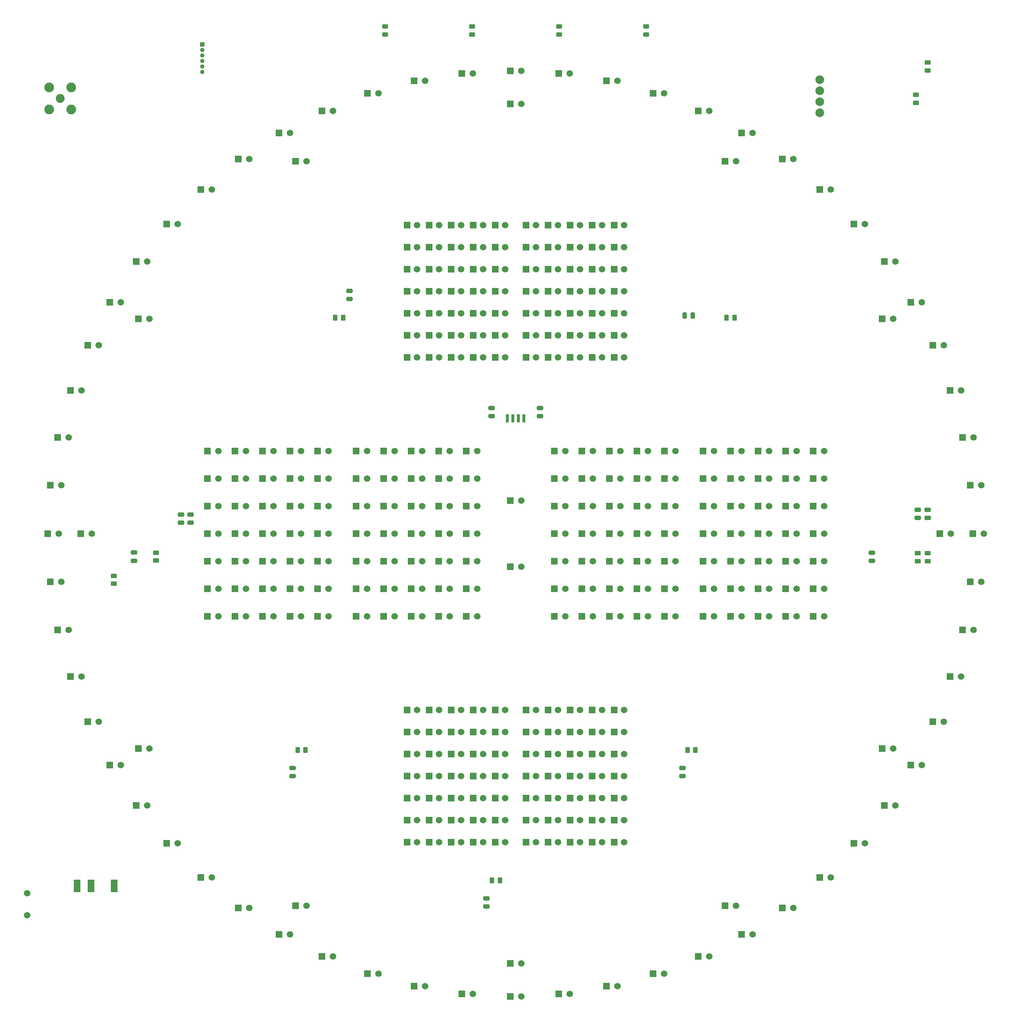
<source format=gbr>
%TF.GenerationSoftware,KiCad,Pcbnew,8.0.3*%
%TF.CreationDate,2024-06-09T22:24:32+02:00*%
%TF.ProjectId,broadcast_clock,62726f61-6463-4617-9374-5f636c6f636b,rev?*%
%TF.SameCoordinates,Original*%
%TF.FileFunction,Soldermask,Top*%
%TF.FilePolarity,Negative*%
%FSLAX46Y46*%
G04 Gerber Fmt 4.6, Leading zero omitted, Abs format (unit mm)*
G04 Created by KiCad (PCBNEW 8.0.3) date 2024-06-09 22:24:32*
%MOMM*%
%LPD*%
G01*
G04 APERTURE LIST*
G04 Aperture macros list*
%AMRoundRect*
0 Rectangle with rounded corners*
0 $1 Rounding radius*
0 $2 $3 $4 $5 $6 $7 $8 $9 X,Y pos of 4 corners*
0 Add a 4 corners polygon primitive as box body*
4,1,4,$2,$3,$4,$5,$6,$7,$8,$9,$2,$3,0*
0 Add four circle primitives for the rounded corners*
1,1,$1+$1,$2,$3*
1,1,$1+$1,$4,$5*
1,1,$1+$1,$6,$7*
1,1,$1+$1,$8,$9*
0 Add four rect primitives between the rounded corners*
20,1,$1+$1,$2,$3,$4,$5,0*
20,1,$1+$1,$4,$5,$6,$7,0*
20,1,$1+$1,$6,$7,$8,$9,0*
20,1,$1+$1,$8,$9,$2,$3,0*%
G04 Aperture macros list end*
%ADD10R,1.500000X1.500000*%
%ADD11C,1.500000*%
%ADD12R,1.600000X2.900000*%
%ADD13RoundRect,0.250000X0.450000X-0.262500X0.450000X0.262500X-0.450000X0.262500X-0.450000X-0.262500X0*%
%ADD14RoundRect,0.250000X-0.475000X0.250000X-0.475000X-0.250000X0.475000X-0.250000X0.475000X0.250000X0*%
%ADD15RoundRect,0.250000X-0.450000X0.262500X-0.450000X-0.262500X0.450000X-0.262500X0.450000X0.262500X0*%
%ADD16RoundRect,0.250000X0.262500X0.450000X-0.262500X0.450000X-0.262500X-0.450000X0.262500X-0.450000X0*%
%ADD17RoundRect,0.243750X0.456250X-0.243750X0.456250X0.243750X-0.456250X0.243750X-0.456250X-0.243750X0*%
%ADD18RoundRect,0.250000X0.250000X0.475000X-0.250000X0.475000X-0.250000X-0.475000X0.250000X-0.475000X0*%
%ADD19RoundRect,0.250000X0.475000X-0.250000X0.475000X0.250000X-0.475000X0.250000X-0.475000X-0.250000X0*%
%ADD20RoundRect,0.250000X-0.262500X-0.450000X0.262500X-0.450000X0.262500X0.450000X-0.262500X0.450000X0*%
%ADD21R,0.700000X1.900000*%
%ADD22C,2.050000*%
%ADD23C,2.250000*%
%ADD24R,1.000000X1.000000*%
%ADD25O,1.000000X1.000000*%
%ADD26C,2.000000*%
G04 APERTURE END LIST*
D10*
%TO.C,D225*%
X125476000Y-211455000D03*
D11*
X127762000Y-211455000D03*
%TD*%
D10*
%TO.C,D254*%
X147828000Y-216535000D03*
D11*
X150114000Y-216535000D03*
%TD*%
D10*
%TO.C,D238*%
X135636000Y-206375000D03*
D11*
X137922000Y-206375000D03*
%TD*%
D10*
%TO.C,D340*%
X163068000Y-79375000D03*
D11*
X165354000Y-79375000D03*
%TD*%
D10*
%TO.C,D293*%
X125476000Y-89535000D03*
D11*
X127762000Y-89535000D03*
%TD*%
D10*
%TO.C,D327*%
X152908000Y-84455000D03*
D11*
X155194000Y-84455000D03*
%TD*%
D10*
%TO.C,D309*%
X135636000Y-99695000D03*
D11*
X137922000Y-99695000D03*
%TD*%
D10*
%TO.C,D303*%
X130556000Y-104775000D03*
D11*
X132842000Y-104775000D03*
%TD*%
D10*
%TO.C,D283*%
X120396000Y-74295000D03*
D11*
X122682000Y-74295000D03*
%TD*%
D10*
%TO.C,D219*%
X120396000Y-216535000D03*
D11*
X122682000Y-216535000D03*
%TD*%
D10*
%TO.C,D291*%
X125476000Y-79375000D03*
D11*
X127762000Y-79375000D03*
%TD*%
D10*
%TO.C,D265*%
X157988000Y-201295000D03*
D11*
X160274000Y-201295000D03*
%TD*%
D10*
%TO.C,D324*%
X147828000Y-104775000D03*
D11*
X150114000Y-104775000D03*
%TD*%
D10*
%TO.C,D276*%
X168148000Y-186055000D03*
D11*
X170434000Y-186055000D03*
%TD*%
D10*
%TO.C,D278*%
X168148000Y-196215000D03*
D11*
X170434000Y-196215000D03*
%TD*%
D10*
%TO.C,D284*%
X120396000Y-79375000D03*
D11*
X122682000Y-79375000D03*
%TD*%
D10*
%TO.C,D286*%
X120396000Y-89535000D03*
D11*
X122682000Y-89535000D03*
%TD*%
D10*
%TO.C,D318*%
X147828000Y-74295000D03*
D11*
X150114000Y-74295000D03*
%TD*%
D10*
%TO.C,D333*%
X157988000Y-79375000D03*
D11*
X160274000Y-79375000D03*
%TD*%
D10*
%TO.C,D313*%
X140716000Y-84455000D03*
D11*
X143002000Y-84455000D03*
%TD*%
D10*
%TO.C,D215*%
X120396000Y-196215000D03*
D11*
X122682000Y-196215000D03*
%TD*%
D10*
%TO.C,D348*%
X168148000Y-84455000D03*
D11*
X170434000Y-84455000D03*
%TD*%
D10*
%TO.C,D345*%
X163068000Y-104775000D03*
D11*
X165354000Y-104775000D03*
%TD*%
D10*
%TO.C,D239*%
X135636000Y-211455000D03*
D11*
X137922000Y-211455000D03*
%TD*%
D10*
%TO.C,D305*%
X135636000Y-79375000D03*
D11*
X137922000Y-79375000D03*
%TD*%
D10*
%TO.C,D227*%
X130556000Y-186055000D03*
D11*
X132842000Y-186055000D03*
%TD*%
D10*
%TO.C,D263*%
X157988000Y-191135000D03*
D11*
X160274000Y-191135000D03*
%TD*%
D10*
%TO.C,D338*%
X157988000Y-104775000D03*
D11*
X160274000Y-104775000D03*
%TD*%
D10*
%TO.C,D214*%
X120396000Y-191135000D03*
D11*
X122682000Y-191135000D03*
%TD*%
D10*
%TO.C,D343*%
X163068000Y-94615000D03*
D11*
X165354000Y-94615000D03*
%TD*%
D10*
%TO.C,D231*%
X130556000Y-206375000D03*
D11*
X132842000Y-206375000D03*
%TD*%
D10*
%TO.C,D268*%
X157988000Y-216535000D03*
D11*
X160274000Y-216535000D03*
%TD*%
D10*
%TO.C,D255*%
X152908000Y-186055000D03*
D11*
X155194000Y-186055000D03*
%TD*%
D10*
%TO.C,D256*%
X152908000Y-191135000D03*
D11*
X155194000Y-191135000D03*
%TD*%
D10*
%TO.C,D281*%
X168148000Y-211455000D03*
D11*
X170434000Y-211455000D03*
%TD*%
D10*
%TO.C,D274*%
X163068000Y-211455000D03*
D11*
X165354000Y-211455000D03*
%TD*%
D10*
%TO.C,D326*%
X152908000Y-79375000D03*
D11*
X155194000Y-79375000D03*
%TD*%
D10*
%TO.C,D213*%
X120396000Y-186055000D03*
D11*
X122682000Y-186055000D03*
%TD*%
D10*
%TO.C,D351*%
X168148000Y-99695000D03*
D11*
X170434000Y-99695000D03*
%TD*%
D10*
%TO.C,D308*%
X135636000Y-94615000D03*
D11*
X137922000Y-94615000D03*
%TD*%
D10*
%TO.C,D258*%
X152908000Y-201295000D03*
D11*
X155194000Y-201295000D03*
%TD*%
D10*
%TO.C,D311*%
X140716000Y-74295000D03*
D11*
X143002000Y-74295000D03*
%TD*%
D10*
%TO.C,D297*%
X130556000Y-74295000D03*
D11*
X132842000Y-74295000D03*
%TD*%
D10*
%TO.C,D317*%
X140716000Y-104775000D03*
D11*
X143002000Y-104775000D03*
%TD*%
D10*
%TO.C,D289*%
X120396000Y-104775000D03*
D11*
X122682000Y-104775000D03*
%TD*%
D10*
%TO.C,D298*%
X130556000Y-79375000D03*
D11*
X132842000Y-79375000D03*
%TD*%
D10*
%TO.C,D229*%
X130556000Y-196215000D03*
D11*
X132842000Y-196215000D03*
%TD*%
D10*
%TO.C,D287*%
X120396000Y-94615000D03*
D11*
X122682000Y-94615000D03*
%TD*%
D10*
%TO.C,D218*%
X120396000Y-211455000D03*
D11*
X122682000Y-211455000D03*
%TD*%
D10*
%TO.C,D349*%
X168148000Y-89535000D03*
D11*
X170434000Y-89535000D03*
%TD*%
D10*
%TO.C,D285*%
X120396000Y-84455000D03*
D11*
X122682000Y-84455000D03*
%TD*%
D10*
%TO.C,D315*%
X140716000Y-94615000D03*
D11*
X143002000Y-94615000D03*
%TD*%
D10*
%TO.C,D299*%
X130556000Y-84455000D03*
D11*
X132842000Y-84455000D03*
%TD*%
D10*
%TO.C,D250*%
X147828000Y-196215000D03*
D11*
X150114000Y-196215000D03*
%TD*%
D10*
%TO.C,D339*%
X163068000Y-74295000D03*
D11*
X165354000Y-74295000D03*
%TD*%
D10*
%TO.C,D331*%
X152908000Y-104775000D03*
D11*
X155194000Y-104775000D03*
%TD*%
D10*
%TO.C,D236*%
X135636000Y-196215000D03*
D11*
X137922000Y-196215000D03*
%TD*%
D10*
%TO.C,D245*%
X140716000Y-206375000D03*
D11*
X143002000Y-206375000D03*
%TD*%
D10*
%TO.C,D282*%
X168148000Y-216535000D03*
D11*
X170434000Y-216535000D03*
%TD*%
D10*
%TO.C,D240*%
X135636000Y-216535000D03*
D11*
X137922000Y-216535000D03*
%TD*%
D10*
%TO.C,D248*%
X147828000Y-186055000D03*
D11*
X150114000Y-186055000D03*
%TD*%
D10*
%TO.C,D226*%
X125476000Y-216535000D03*
D11*
X127762000Y-216535000D03*
%TD*%
D10*
%TO.C,D271*%
X163068000Y-196215000D03*
D11*
X165354000Y-196215000D03*
%TD*%
D10*
%TO.C,D337*%
X157988000Y-99695000D03*
D11*
X160274000Y-99695000D03*
%TD*%
D10*
%TO.C,D322*%
X147828000Y-94615000D03*
D11*
X150114000Y-94615000D03*
%TD*%
D10*
%TO.C,D335*%
X157988000Y-89535000D03*
D11*
X160274000Y-89535000D03*
%TD*%
D10*
%TO.C,D230*%
X130556000Y-201295000D03*
D11*
X132842000Y-201295000D03*
%TD*%
D10*
%TO.C,D290*%
X125476000Y-74295000D03*
D11*
X127762000Y-74295000D03*
%TD*%
D10*
%TO.C,D217*%
X120396000Y-206375000D03*
D11*
X122682000Y-206375000D03*
%TD*%
D10*
%TO.C,D232*%
X130556000Y-211455000D03*
D11*
X132842000Y-211455000D03*
%TD*%
D10*
%TO.C,D275*%
X163068000Y-216535000D03*
D11*
X165354000Y-216535000D03*
%TD*%
D10*
%TO.C,D249*%
X147828000Y-191135000D03*
D11*
X150114000Y-191135000D03*
%TD*%
D10*
%TO.C,D222*%
X125476000Y-196215000D03*
D11*
X127762000Y-196215000D03*
%TD*%
D10*
%TO.C,D264*%
X157988000Y-196215000D03*
D11*
X160274000Y-196215000D03*
%TD*%
D10*
%TO.C,D269*%
X163068000Y-186055000D03*
D11*
X165354000Y-186055000D03*
%TD*%
D10*
%TO.C,D300*%
X130556000Y-89535000D03*
D11*
X132842000Y-89535000D03*
%TD*%
D10*
%TO.C,D252*%
X147828000Y-206375000D03*
D11*
X150114000Y-206375000D03*
%TD*%
D10*
%TO.C,D253*%
X147828000Y-211455000D03*
D11*
X150114000Y-211455000D03*
%TD*%
D10*
%TO.C,D224*%
X125476000Y-206375000D03*
D11*
X127762000Y-206375000D03*
%TD*%
D10*
%TO.C,D234*%
X135636000Y-186055000D03*
D11*
X137922000Y-186055000D03*
%TD*%
D10*
%TO.C,D247*%
X140716000Y-216535000D03*
D11*
X143002000Y-216535000D03*
%TD*%
D10*
%TO.C,D325*%
X152908000Y-74295000D03*
D11*
X155194000Y-74295000D03*
%TD*%
D10*
%TO.C,D288*%
X120396000Y-99695000D03*
D11*
X122682000Y-99695000D03*
%TD*%
D10*
%TO.C,D228*%
X130556000Y-191135000D03*
D11*
X132842000Y-191135000D03*
%TD*%
D10*
%TO.C,D350*%
X168148000Y-94615000D03*
D11*
X170434000Y-94615000D03*
%TD*%
D10*
%TO.C,D334*%
X157988000Y-84455000D03*
D11*
X160274000Y-84455000D03*
%TD*%
D10*
%TO.C,D320*%
X147828000Y-84455000D03*
D11*
X150114000Y-84455000D03*
%TD*%
D10*
%TO.C,D259*%
X152908000Y-206375000D03*
D11*
X155194000Y-206375000D03*
%TD*%
D10*
%TO.C,D292*%
X125476000Y-84455000D03*
D11*
X127762000Y-84455000D03*
%TD*%
D10*
%TO.C,D216*%
X120396000Y-201295000D03*
D11*
X122682000Y-201295000D03*
%TD*%
D10*
%TO.C,D267*%
X157988000Y-211455000D03*
D11*
X160274000Y-211455000D03*
%TD*%
D10*
%TO.C,D220*%
X125476000Y-186055000D03*
D11*
X127762000Y-186055000D03*
%TD*%
D10*
%TO.C,D301*%
X130556000Y-94615000D03*
D11*
X132842000Y-94615000D03*
%TD*%
D10*
%TO.C,D304*%
X135636000Y-74295000D03*
D11*
X137922000Y-74295000D03*
%TD*%
D10*
%TO.C,D347*%
X168148000Y-79375000D03*
D11*
X170434000Y-79375000D03*
%TD*%
D10*
%TO.C,D233*%
X130556000Y-216535000D03*
D11*
X132842000Y-216535000D03*
%TD*%
D10*
%TO.C,D223*%
X125476000Y-201295000D03*
D11*
X127762000Y-201295000D03*
%TD*%
D10*
%TO.C,D296*%
X125476000Y-104775000D03*
D11*
X127762000Y-104775000D03*
%TD*%
D10*
%TO.C,D280*%
X168148000Y-206375000D03*
D11*
X170434000Y-206375000D03*
%TD*%
D10*
%TO.C,D346*%
X168148000Y-74295000D03*
D11*
X170434000Y-74295000D03*
%TD*%
D10*
%TO.C,D306*%
X135636000Y-84455000D03*
D11*
X137922000Y-84455000D03*
%TD*%
D10*
%TO.C,D261*%
X152908000Y-216535000D03*
D11*
X155194000Y-216535000D03*
%TD*%
D10*
%TO.C,D312*%
X140716000Y-79375000D03*
D11*
X143002000Y-79375000D03*
%TD*%
D10*
%TO.C,D272*%
X163068000Y-201295000D03*
D11*
X165354000Y-201295000D03*
%TD*%
D10*
%TO.C,D273*%
X163068000Y-206375000D03*
D11*
X165354000Y-206375000D03*
%TD*%
D10*
%TO.C,D295*%
X125476000Y-99695000D03*
D11*
X127762000Y-99695000D03*
%TD*%
D10*
%TO.C,D294*%
X125476000Y-94615000D03*
D11*
X127762000Y-94615000D03*
%TD*%
D10*
%TO.C,D329*%
X152908000Y-94615000D03*
D11*
X155194000Y-94615000D03*
%TD*%
D10*
%TO.C,D266*%
X157988000Y-206375000D03*
D11*
X160274000Y-206375000D03*
%TD*%
D10*
%TO.C,D302*%
X130556000Y-99695000D03*
D11*
X132842000Y-99695000D03*
%TD*%
D10*
%TO.C,D319*%
X147828000Y-79375000D03*
D11*
X150114000Y-79375000D03*
%TD*%
D10*
%TO.C,D310*%
X135636000Y-104775000D03*
D11*
X137922000Y-104775000D03*
%TD*%
D10*
%TO.C,D321*%
X147828000Y-89535000D03*
D11*
X150114000Y-89535000D03*
%TD*%
D10*
%TO.C,D332*%
X157988000Y-74295000D03*
D11*
X160274000Y-74295000D03*
%TD*%
D10*
%TO.C,D257*%
X152908000Y-196215000D03*
D11*
X155194000Y-196215000D03*
%TD*%
D10*
%TO.C,D341*%
X163068000Y-84455000D03*
D11*
X165354000Y-84455000D03*
%TD*%
D10*
%TO.C,D270*%
X163068000Y-191135000D03*
D11*
X165354000Y-191135000D03*
%TD*%
D10*
%TO.C,D323*%
X147828000Y-99695000D03*
D11*
X150114000Y-99695000D03*
%TD*%
D10*
%TO.C,D307*%
X135636000Y-89535000D03*
D11*
X137922000Y-89535000D03*
%TD*%
D10*
%TO.C,D221*%
X125476000Y-191135000D03*
D11*
X127762000Y-191135000D03*
%TD*%
D10*
%TO.C,D243*%
X140716000Y-196215000D03*
D11*
X143002000Y-196215000D03*
%TD*%
D10*
%TO.C,D241*%
X140716000Y-186055000D03*
D11*
X143002000Y-186055000D03*
%TD*%
D10*
%TO.C,D277*%
X168148000Y-191135000D03*
D11*
X170434000Y-191135000D03*
%TD*%
D10*
%TO.C,D279*%
X168148000Y-201295000D03*
D11*
X170434000Y-201295000D03*
%TD*%
D10*
%TO.C,D316*%
X140716000Y-99695000D03*
D11*
X143002000Y-99695000D03*
%TD*%
D10*
%TO.C,D328*%
X152908000Y-89535000D03*
D11*
X155194000Y-89535000D03*
%TD*%
D10*
%TO.C,D237*%
X135636000Y-201295000D03*
D11*
X137922000Y-201295000D03*
%TD*%
D10*
%TO.C,D260*%
X152908000Y-211455000D03*
D11*
X155194000Y-211455000D03*
%TD*%
D10*
%TO.C,D262*%
X157988000Y-186055000D03*
D11*
X160274000Y-186055000D03*
%TD*%
D10*
%TO.C,D246*%
X140716000Y-211455000D03*
D11*
X143002000Y-211455000D03*
%TD*%
D10*
%TO.C,D344*%
X163068000Y-99695000D03*
D11*
X165354000Y-99695000D03*
%TD*%
D10*
%TO.C,D235*%
X135636000Y-191135000D03*
D11*
X137922000Y-191135000D03*
%TD*%
D10*
%TO.C,D330*%
X152908000Y-99695000D03*
D11*
X155194000Y-99695000D03*
%TD*%
D10*
%TO.C,D244*%
X140716000Y-201295000D03*
D11*
X143002000Y-201295000D03*
%TD*%
D10*
%TO.C,D251*%
X147828000Y-201295000D03*
D11*
X150114000Y-201295000D03*
%TD*%
D10*
%TO.C,D314*%
X140716000Y-89535000D03*
D11*
X143002000Y-89535000D03*
%TD*%
D10*
%TO.C,D342*%
X163068000Y-89535000D03*
D11*
X165354000Y-89535000D03*
%TD*%
D10*
%TO.C,D336*%
X157988000Y-94615000D03*
D11*
X160274000Y-94615000D03*
%TD*%
D10*
%TO.C,D352*%
X168148000Y-104775000D03*
D11*
X170434000Y-104775000D03*
%TD*%
D10*
%TO.C,D242*%
X140716000Y-191135000D03*
D11*
X143002000Y-191135000D03*
%TD*%
%TO.C,F1*%
X32766000Y-228346000D03*
X32766000Y-233426000D03*
%TD*%
D12*
%TO.C,J2*%
X52764000Y-226646500D03*
X47464000Y-226646500D03*
X44264000Y-226646500D03*
%TD*%
D10*
%TO.C,D103*%
X99695000Y-139065000D03*
D11*
X102235000Y-139065000D03*
%TD*%
D10*
%TO.C,D54*%
X81440069Y-59109067D03*
D11*
X83980069Y-59109067D03*
%TD*%
D10*
%TO.C,D169*%
X173355000Y-158115000D03*
D11*
X175895000Y-158115000D03*
%TD*%
D10*
%TO.C,D45*%
X37465000Y-145415000D03*
D11*
X40005000Y-145415000D03*
%TD*%
D10*
%TO.C,D65*%
X193675000Y-231203476D03*
D11*
X196215000Y-231203476D03*
%TD*%
D10*
%TO.C,D30*%
X144145000Y-252095000D03*
D11*
X146685000Y-252095000D03*
%TD*%
D10*
%TO.C,D128*%
X121285000Y-164465000D03*
D11*
X123825000Y-164465000D03*
%TD*%
D10*
%TO.C,D109*%
X108585000Y-132715000D03*
D11*
X111125000Y-132715000D03*
%TD*%
D10*
%TO.C,D353*%
X144145000Y-137795000D03*
D11*
X146685000Y-137795000D03*
%TD*%
D10*
%TO.C,D85*%
X80645000Y-158115000D03*
D11*
X83185000Y-158115000D03*
%TD*%
D10*
%TO.C,D26*%
X187535665Y-242872029D03*
D11*
X190075665Y-242872029D03*
%TD*%
D10*
%TO.C,D112*%
X108585000Y-151765000D03*
D11*
X111125000Y-151765000D03*
%TD*%
D10*
%TO.C,D110*%
X108585000Y-139065000D03*
D11*
X111125000Y-139065000D03*
%TD*%
D10*
%TO.C,D99*%
X93345000Y-158115000D03*
D11*
X95885000Y-158115000D03*
%TD*%
D10*
%TO.C,D199*%
X207645000Y-126365000D03*
D11*
X210185000Y-126365000D03*
%TD*%
D10*
%TO.C,D177*%
X179705000Y-164465000D03*
D11*
X182245000Y-164465000D03*
%TD*%
D10*
%TO.C,D111*%
X108585000Y-145415000D03*
D11*
X111125000Y-145415000D03*
%TD*%
D10*
%TO.C,D1*%
X155296096Y-39319404D03*
D11*
X157836096Y-39319404D03*
%TD*%
D13*
%TO.C,R3*%
X240411000Y-151788500D03*
X240411000Y-149963500D03*
%TD*%
D10*
%TO.C,D138*%
X133985000Y-139065000D03*
D11*
X136525000Y-139065000D03*
%TD*%
D10*
%TO.C,D139*%
X133985000Y-145415000D03*
D11*
X136525000Y-145415000D03*
%TD*%
D10*
%TO.C,D82*%
X80645000Y-139065000D03*
D11*
X83185000Y-139065000D03*
%TD*%
D10*
%TO.C,D41*%
X46687971Y-188805665D03*
D11*
X49227971Y-188805665D03*
%TD*%
D10*
%TO.C,D141*%
X133985000Y-158115000D03*
D11*
X136525000Y-158115000D03*
%TD*%
D10*
%TO.C,D58*%
X121964981Y-41066214D03*
D11*
X124504981Y-41066214D03*
%TD*%
D10*
%TO.C,D39*%
X57839067Y-208119931D03*
D11*
X60379067Y-208119931D03*
%TD*%
D10*
%TO.C,D143*%
X154305000Y-126365000D03*
D11*
X156845000Y-126365000D03*
%TD*%
D10*
%TO.C,D28*%
X166325019Y-249763786D03*
D11*
X168865019Y-249763786D03*
%TD*%
D10*
%TO.C,D120*%
X114935000Y-158115000D03*
D11*
X117475000Y-158115000D03*
%TD*%
D10*
%TO.C,D36*%
X81440069Y-231720933D03*
D11*
X83980069Y-231720933D03*
%TD*%
D10*
%TO.C,D94*%
X93345000Y-126365000D03*
D11*
X95885000Y-126365000D03*
%TD*%
D10*
%TO.C,D80*%
X80645000Y-126365000D03*
D11*
X83185000Y-126365000D03*
%TD*%
D10*
%TO.C,D117*%
X114935000Y-139065000D03*
D11*
X117475000Y-139065000D03*
%TD*%
D14*
%TO.C,C2*%
X68199000Y-141036000D03*
X68199000Y-142936000D03*
%TD*%
D10*
%TO.C,D126*%
X121285000Y-151765000D03*
D11*
X123825000Y-151765000D03*
%TD*%
D10*
%TO.C,D46*%
X38049404Y-134263904D03*
D11*
X40589404Y-134263904D03*
%TD*%
D10*
%TO.C,D83*%
X80645000Y-145415000D03*
D11*
X83185000Y-145415000D03*
%TD*%
D10*
%TO.C,D172*%
X179705000Y-132715000D03*
D11*
X182245000Y-132715000D03*
%TD*%
D10*
%TO.C,D4*%
X187535665Y-47957971D03*
D11*
X190075665Y-47957971D03*
%TD*%
D10*
%TO.C,D40*%
X51757410Y-198755000D03*
D11*
X54297410Y-198755000D03*
%TD*%
D15*
%TO.C,R5*%
X238125000Y-149963500D03*
X238125000Y-151788500D03*
%TD*%
D13*
%TO.C,R213*%
X237744000Y-46124500D03*
X237744000Y-44299500D03*
%TD*%
D10*
%TO.C,D192*%
X201295000Y-126365000D03*
D11*
X203835000Y-126365000D03*
%TD*%
D10*
%TO.C,D79*%
X74295000Y-164465000D03*
D11*
X76835000Y-164465000D03*
%TD*%
D10*
%TO.C,D29*%
X155296096Y-251510596D03*
D11*
X157836096Y-251510596D03*
%TD*%
D10*
%TO.C,D114*%
X108585000Y-164465000D03*
D11*
X111125000Y-164465000D03*
%TD*%
D10*
%TO.C,D205*%
X207645000Y-164465000D03*
D11*
X210185000Y-164465000D03*
%TD*%
D10*
%TO.C,D20*%
X236532590Y-198755000D03*
D11*
X239072590Y-198755000D03*
%TD*%
D10*
%TO.C,D136*%
X133985000Y-126365000D03*
D11*
X136525000Y-126365000D03*
%TD*%
D10*
%TO.C,D91*%
X86995000Y-151765000D03*
D11*
X89535000Y-151765000D03*
%TD*%
D10*
%TO.C,D163*%
X167005000Y-164465000D03*
D11*
X169545000Y-164465000D03*
%TD*%
D16*
%TO.C,R7*%
X186840500Y-195326000D03*
X185015500Y-195326000D03*
%TD*%
D10*
%TO.C,D9*%
X230450933Y-82710069D03*
D11*
X232990933Y-82710069D03*
%TD*%
D10*
%TO.C,D69*%
X45085000Y-145415000D03*
D11*
X47625000Y-145415000D03*
%TD*%
D10*
%TO.C,D10*%
X236532590Y-92075000D03*
D11*
X239072590Y-92075000D03*
%TD*%
D10*
%TO.C,D191*%
X194945000Y-164465000D03*
D11*
X197485000Y-164465000D03*
%TD*%
D10*
%TO.C,D22*%
X223423690Y-216797853D03*
D11*
X225963690Y-216797853D03*
%TD*%
D10*
%TO.C,D66*%
X144145000Y-244475000D03*
D11*
X146685000Y-244475000D03*
%TD*%
D10*
%TO.C,D116*%
X114935000Y-132715000D03*
D11*
X117475000Y-132715000D03*
%TD*%
D10*
%TO.C,D27*%
X177110933Y-246873709D03*
D11*
X179650933Y-246873709D03*
%TD*%
D10*
%TO.C,D182*%
X188595000Y-151765000D03*
D11*
X191135000Y-151765000D03*
%TD*%
D15*
%TO.C,R11*%
X240411000Y-36806500D03*
X240411000Y-38631500D03*
%TD*%
D10*
%TO.C,D38*%
X64866310Y-216797853D03*
D11*
X67406310Y-216797853D03*
%TD*%
D10*
%TO.C,D171*%
X179705000Y-126365000D03*
D11*
X182245000Y-126365000D03*
%TD*%
D10*
%TO.C,D151*%
X160655000Y-132715000D03*
D11*
X163195000Y-132715000D03*
%TD*%
D10*
%TO.C,D52*%
X64866310Y-74032147D03*
D11*
X67406310Y-74032147D03*
%TD*%
D10*
%TO.C,D145*%
X154305000Y-139065000D03*
D11*
X156845000Y-139065000D03*
%TD*%
D10*
%TO.C,D47*%
X39796214Y-123234981D03*
D11*
X42336214Y-123234981D03*
%TD*%
D14*
%TO.C,C8*%
X183845200Y-199456000D03*
X183845200Y-201356000D03*
%TD*%
D10*
%TO.C,D208*%
X213995000Y-139065000D03*
D11*
X216535000Y-139065000D03*
%TD*%
D10*
%TO.C,D198*%
X201295000Y-164465000D03*
D11*
X203835000Y-164465000D03*
%TD*%
D10*
%TO.C,D174*%
X179705000Y-145415000D03*
D11*
X182245000Y-145415000D03*
%TD*%
D16*
%TO.C,R10*%
X141780900Y-225348800D03*
X139955900Y-225348800D03*
%TD*%
D10*
%TO.C,D137*%
X133985000Y-132715000D03*
D11*
X136525000Y-132715000D03*
%TD*%
D10*
%TO.C,D130*%
X127635000Y-132715000D03*
D11*
X130175000Y-132715000D03*
%TD*%
D10*
%TO.C,D176*%
X179705000Y-158115000D03*
D11*
X182245000Y-158115000D03*
%TD*%
D10*
%TO.C,D92*%
X86995000Y-158115000D03*
D11*
X89535000Y-158115000D03*
%TD*%
D10*
%TO.C,D75*%
X74295000Y-139065000D03*
D11*
X76835000Y-139065000D03*
%TD*%
D17*
%TO.C,D358*%
X135381125Y-30351376D03*
X135381125Y-28476376D03*
%TD*%
D18*
%TO.C,C7*%
X186243000Y-95123000D03*
X184343000Y-95123000D03*
%TD*%
D10*
%TO.C,D140*%
X133985000Y-151765000D03*
D11*
X136525000Y-151765000D03*
%TD*%
D10*
%TO.C,D21*%
X230450933Y-208119931D03*
D11*
X232990933Y-208119931D03*
%TD*%
D10*
%TO.C,D118*%
X114935000Y-145415000D03*
D11*
X117475000Y-145415000D03*
%TD*%
D10*
%TO.C,D127*%
X121285000Y-158115000D03*
D11*
X123825000Y-158115000D03*
%TD*%
D10*
%TO.C,D155*%
X160655000Y-158115000D03*
D11*
X163195000Y-158115000D03*
%TD*%
D10*
%TO.C,D195*%
X201295000Y-145415000D03*
D11*
X203835000Y-145415000D03*
%TD*%
D10*
%TO.C,D153*%
X160655000Y-145415000D03*
D11*
X163195000Y-145415000D03*
%TD*%
D10*
%TO.C,D55*%
X90805000Y-53027410D03*
D11*
X93345000Y-53027410D03*
%TD*%
D10*
%TO.C,D32*%
X121964981Y-249763786D03*
D11*
X124504981Y-249763786D03*
%TD*%
D10*
%TO.C,D101*%
X99695000Y-126365000D03*
D11*
X102235000Y-126365000D03*
%TD*%
D10*
%TO.C,D354*%
X144145000Y-153035000D03*
D11*
X146685000Y-153035000D03*
%TD*%
D10*
%TO.C,D51*%
X57839067Y-82710069D03*
D11*
X60379067Y-82710069D03*
%TD*%
D10*
%TO.C,D193*%
X201295000Y-132715000D03*
D11*
X203835000Y-132715000D03*
%TD*%
D10*
%TO.C,D95*%
X93345000Y-132715000D03*
D11*
X95885000Y-132715000D03*
%TD*%
D10*
%TO.C,D48*%
X42686291Y-112449067D03*
D11*
X45226291Y-112449067D03*
%TD*%
D10*
%TO.C,D76*%
X74295000Y-145415000D03*
D11*
X76835000Y-145415000D03*
%TD*%
D10*
%TO.C,D165*%
X173355000Y-132715000D03*
D11*
X175895000Y-132715000D03*
%TD*%
D10*
%TO.C,D23*%
X215527853Y-224693690D03*
D11*
X218067853Y-224693690D03*
%TD*%
D10*
%TO.C,D68*%
X58356524Y-194945000D03*
D11*
X60896524Y-194945000D03*
%TD*%
D10*
%TO.C,D129*%
X127635000Y-126365000D03*
D11*
X130175000Y-126365000D03*
%TD*%
D10*
%TO.C,D212*%
X213995000Y-164465000D03*
D11*
X216535000Y-164465000D03*
%TD*%
D10*
%TO.C,D98*%
X93345000Y-151765000D03*
D11*
X95885000Y-151765000D03*
%TD*%
D10*
%TO.C,D11*%
X241602029Y-102024335D03*
D11*
X244142029Y-102024335D03*
%TD*%
D10*
%TO.C,D72*%
X144145000Y-46355000D03*
D11*
X146685000Y-46355000D03*
%TD*%
D10*
%TO.C,D5*%
X197485000Y-53027410D03*
D11*
X200025000Y-53027410D03*
%TD*%
D10*
%TO.C,D164*%
X173355000Y-126365000D03*
D11*
X175895000Y-126365000D03*
%TD*%
D10*
%TO.C,D161*%
X167005000Y-151765000D03*
D11*
X169545000Y-151765000D03*
%TD*%
D10*
%TO.C,D190*%
X194945000Y-158115000D03*
D11*
X197485000Y-158115000D03*
%TD*%
D10*
%TO.C,D102*%
X99695000Y-132715000D03*
D11*
X102235000Y-132715000D03*
%TD*%
D10*
%TO.C,D31*%
X132993904Y-251510596D03*
D11*
X135533904Y-251510596D03*
%TD*%
D15*
%TO.C,R1*%
X62484000Y-149811100D03*
X62484000Y-151636100D03*
%TD*%
D10*
%TO.C,D168*%
X173355000Y-151765000D03*
D11*
X175895000Y-151765000D03*
%TD*%
D10*
%TO.C,D67*%
X94615000Y-231203476D03*
D11*
X97155000Y-231203476D03*
%TD*%
D14*
%TO.C,C23*%
X139815000Y-116465000D03*
X139815000Y-118365000D03*
%TD*%
D10*
%TO.C,D202*%
X207645000Y-145415000D03*
D11*
X210185000Y-145415000D03*
%TD*%
D10*
%TO.C,D189*%
X194945000Y-151765000D03*
D11*
X197485000Y-151765000D03*
%TD*%
D10*
%TO.C,D160*%
X167005000Y-145415000D03*
D11*
X169545000Y-145415000D03*
%TD*%
D10*
%TO.C,D133*%
X127635000Y-151765000D03*
D11*
X130175000Y-151765000D03*
%TD*%
D19*
%TO.C,C1*%
X57404000Y-151673600D03*
X57404000Y-149773600D03*
%TD*%
D10*
%TO.C,D131*%
X127635000Y-139065000D03*
D11*
X130175000Y-139065000D03*
%TD*%
D10*
%TO.C,D104*%
X99695000Y-145415000D03*
D11*
X102235000Y-145415000D03*
%TD*%
D10*
%TO.C,D86*%
X80645000Y-164465000D03*
D11*
X83185000Y-164465000D03*
%TD*%
D10*
%TO.C,D159*%
X167005000Y-139065000D03*
D11*
X169545000Y-139065000D03*
%TD*%
D16*
%TO.C,R8*%
X96924500Y-195326000D03*
X95099500Y-195326000D03*
%TD*%
D10*
%TO.C,D106*%
X99695000Y-158115000D03*
D11*
X102235000Y-158115000D03*
%TD*%
D10*
%TO.C,D196*%
X201295000Y-151765000D03*
D11*
X203835000Y-151765000D03*
%TD*%
D10*
%TO.C,D157*%
X167005000Y-126365000D03*
D11*
X169545000Y-126365000D03*
%TD*%
D19*
%TO.C,C10*%
X107086400Y-91374000D03*
X107086400Y-89474000D03*
%TD*%
D10*
%TO.C,D49*%
X46687971Y-102024335D03*
D11*
X49227971Y-102024335D03*
%TD*%
D13*
%TO.C,R4*%
X52730400Y-156970100D03*
X52730400Y-155145100D03*
%TD*%
D10*
%TO.C,D44*%
X38049404Y-156566096D03*
D11*
X40589404Y-156566096D03*
%TD*%
D10*
%TO.C,D6*%
X206849931Y-59109067D03*
D11*
X209389931Y-59109067D03*
%TD*%
D19*
%TO.C,C6*%
X240385600Y-141818400D03*
X240385600Y-139918400D03*
%TD*%
D10*
%TO.C,D7*%
X215527853Y-66136310D03*
D11*
X218067853Y-66136310D03*
%TD*%
D10*
%TO.C,D181*%
X188595000Y-145415000D03*
D11*
X191135000Y-145415000D03*
%TD*%
D10*
%TO.C,D43*%
X39796214Y-167595019D03*
D11*
X42336214Y-167595019D03*
%TD*%
D10*
%TO.C,D206*%
X213995000Y-126365000D03*
D11*
X216535000Y-126365000D03*
%TD*%
D14*
%TO.C,C11*%
X138684000Y-229478800D03*
X138684000Y-231378800D03*
%TD*%
D10*
%TO.C,D14*%
X250240596Y-134263904D03*
D11*
X252780596Y-134263904D03*
%TD*%
D10*
%TO.C,D148*%
X154305000Y-158115000D03*
D11*
X156845000Y-158115000D03*
%TD*%
D10*
%TO.C,D2*%
X166325019Y-41066214D03*
D11*
X168865019Y-41066214D03*
%TD*%
D10*
%TO.C,D180*%
X188595000Y-139065000D03*
D11*
X191135000Y-139065000D03*
%TD*%
D10*
%TO.C,D210*%
X213995000Y-151765000D03*
D11*
X216535000Y-151765000D03*
%TD*%
D10*
%TO.C,D175*%
X179705000Y-151765000D03*
D11*
X182245000Y-151765000D03*
%TD*%
D10*
%TO.C,D17*%
X248493786Y-167595019D03*
D11*
X251033786Y-167595019D03*
%TD*%
D10*
%TO.C,D201*%
X207645000Y-139065000D03*
D11*
X210185000Y-139065000D03*
%TD*%
D10*
%TO.C,D154*%
X160655000Y-151765000D03*
D11*
X163195000Y-151765000D03*
%TD*%
D10*
%TO.C,D207*%
X213995000Y-132715000D03*
D11*
X216535000Y-132715000D03*
%TD*%
D10*
%TO.C,D33*%
X111179067Y-246873709D03*
D11*
X113719067Y-246873709D03*
%TD*%
D10*
%TO.C,D15*%
X250825000Y-145415000D03*
D11*
X253365000Y-145415000D03*
%TD*%
D10*
%TO.C,D150*%
X160655000Y-126365000D03*
D11*
X163195000Y-126365000D03*
%TD*%
D10*
%TO.C,D123*%
X121285000Y-132715000D03*
D11*
X123825000Y-132715000D03*
%TD*%
D10*
%TO.C,D70*%
X58356524Y-95885000D03*
D11*
X60896524Y-95885000D03*
%TD*%
D10*
%TO.C,D170*%
X173355000Y-164465000D03*
D11*
X175895000Y-164465000D03*
%TD*%
D10*
%TO.C,D34*%
X100754335Y-242872029D03*
D11*
X103294335Y-242872029D03*
%TD*%
D10*
%TO.C,D162*%
X167005000Y-158115000D03*
D11*
X169545000Y-158115000D03*
%TD*%
D10*
%TO.C,D124*%
X121285000Y-139065000D03*
D11*
X123825000Y-139065000D03*
%TD*%
D10*
%TO.C,D135*%
X127635000Y-164465000D03*
D11*
X130175000Y-164465000D03*
%TD*%
D10*
%TO.C,D96*%
X93345000Y-139065000D03*
D11*
X95885000Y-139065000D03*
%TD*%
D10*
%TO.C,D187*%
X194945000Y-139065000D03*
D11*
X197485000Y-139065000D03*
%TD*%
D17*
%TO.C,D357*%
X115315125Y-30351376D03*
X115315125Y-28476376D03*
%TD*%
D19*
%TO.C,C4*%
X227533200Y-151724400D03*
X227533200Y-149824400D03*
%TD*%
D10*
%TO.C,D64*%
X229933476Y-194945000D03*
D11*
X232473476Y-194945000D03*
%TD*%
D10*
%TO.C,D37*%
X72762147Y-224693690D03*
D11*
X75302147Y-224693690D03*
%TD*%
D10*
%TO.C,D93*%
X86995000Y-164465000D03*
D11*
X89535000Y-164465000D03*
%TD*%
D10*
%TO.C,D18*%
X245603709Y-178380933D03*
D11*
X248143709Y-178380933D03*
%TD*%
D10*
%TO.C,D152*%
X160655000Y-139065000D03*
D11*
X163195000Y-139065000D03*
%TD*%
D10*
%TO.C,D167*%
X173355000Y-145415000D03*
D11*
X175895000Y-145415000D03*
%TD*%
D10*
%TO.C,D211*%
X213995000Y-158115000D03*
D11*
X216535000Y-158115000D03*
%TD*%
D10*
%TO.C,D3*%
X177110933Y-43956291D03*
D11*
X179650933Y-43956291D03*
%TD*%
D10*
%TO.C,D78*%
X74295000Y-158115000D03*
D11*
X76835000Y-158115000D03*
%TD*%
D17*
%TO.C,D359*%
X155447125Y-30351376D03*
X155447125Y-28476376D03*
%TD*%
D20*
%TO.C,R9*%
X103786300Y-95656400D03*
X105611300Y-95656400D03*
%TD*%
D10*
%TO.C,D35*%
X90805000Y-237802590D03*
D11*
X93345000Y-237802590D03*
%TD*%
D10*
%TO.C,D119*%
X114935000Y-151765000D03*
D11*
X117475000Y-151765000D03*
%TD*%
D10*
%TO.C,D203*%
X207645000Y-151765000D03*
D11*
X210185000Y-151765000D03*
%TD*%
D10*
%TO.C,D178*%
X188595000Y-126365000D03*
D11*
X191135000Y-126365000D03*
%TD*%
D10*
%TO.C,D185*%
X194945000Y-126365000D03*
D11*
X197485000Y-126365000D03*
%TD*%
D14*
%TO.C,C22*%
X151015000Y-116465000D03*
X151015000Y-118365000D03*
%TD*%
D10*
%TO.C,D179*%
X188595000Y-132715000D03*
D11*
X191135000Y-132715000D03*
%TD*%
D10*
%TO.C,D100*%
X93345000Y-164465000D03*
D11*
X95885000Y-164465000D03*
%TD*%
D10*
%TO.C,D73*%
X74295000Y-126365000D03*
D11*
X76835000Y-126365000D03*
%TD*%
D10*
%TO.C,D62*%
X229933476Y-95885000D03*
D11*
X232473476Y-95885000D03*
%TD*%
D19*
%TO.C,C3*%
X238099600Y-141818400D03*
X238099600Y-139918400D03*
%TD*%
D10*
%TO.C,D19*%
X241602029Y-188805665D03*
D11*
X244142029Y-188805665D03*
%TD*%
D10*
%TO.C,D87*%
X86995000Y-126365000D03*
D11*
X89535000Y-126365000D03*
%TD*%
D10*
%TO.C,D57*%
X111179067Y-43956291D03*
D11*
X113719067Y-43956291D03*
%TD*%
D10*
%TO.C,D56*%
X100754335Y-47957971D03*
D11*
X103294335Y-47957971D03*
%TD*%
D10*
%TO.C,D77*%
X74295000Y-151765000D03*
D11*
X76835000Y-151765000D03*
%TD*%
D10*
%TO.C,D108*%
X108585000Y-126365000D03*
D11*
X111125000Y-126365000D03*
%TD*%
D10*
%TO.C,D105*%
X99695000Y-151765000D03*
D11*
X102235000Y-151765000D03*
%TD*%
D10*
%TO.C,D13*%
X248493786Y-123234981D03*
D11*
X251033786Y-123234981D03*
%TD*%
D10*
%TO.C,D200*%
X207645000Y-132715000D03*
D11*
X210185000Y-132715000D03*
%TD*%
D10*
%TO.C,D113*%
X108585000Y-158115000D03*
D11*
X111125000Y-158115000D03*
%TD*%
D10*
%TO.C,D184*%
X188595000Y-164465000D03*
D11*
X191135000Y-164465000D03*
%TD*%
D10*
%TO.C,D88*%
X86995000Y-132715000D03*
D11*
X89535000Y-132715000D03*
%TD*%
D10*
%TO.C,D158*%
X167005000Y-132715000D03*
D11*
X169545000Y-132715000D03*
%TD*%
D10*
%TO.C,D146*%
X154305000Y-145415000D03*
D11*
X156845000Y-145415000D03*
%TD*%
D20*
%TO.C,R6*%
X194032500Y-95631000D03*
X195857500Y-95631000D03*
%TD*%
D10*
%TO.C,D197*%
X201295000Y-158115000D03*
D11*
X203835000Y-158115000D03*
%TD*%
D10*
%TO.C,D122*%
X121285000Y-126365000D03*
D11*
X123825000Y-126365000D03*
%TD*%
D14*
%TO.C,C9*%
X93929200Y-199456000D03*
X93929200Y-201356000D03*
%TD*%
D10*
%TO.C,D156*%
X160655000Y-164465000D03*
D11*
X163195000Y-164465000D03*
%TD*%
D10*
%TO.C,D97*%
X93345000Y-145415000D03*
D11*
X95885000Y-145415000D03*
%TD*%
D10*
%TO.C,D8*%
X223423690Y-74032147D03*
D11*
X225963690Y-74032147D03*
%TD*%
D10*
%TO.C,D125*%
X121285000Y-145415000D03*
D11*
X123825000Y-145415000D03*
%TD*%
D10*
%TO.C,D53*%
X72762147Y-66136310D03*
D11*
X75302147Y-66136310D03*
%TD*%
D10*
%TO.C,D63*%
X243205000Y-145415000D03*
D11*
X245745000Y-145415000D03*
%TD*%
D10*
%TO.C,D188*%
X194945000Y-145415000D03*
D11*
X197485000Y-145415000D03*
%TD*%
D10*
%TO.C,D149*%
X154305000Y-164465000D03*
D11*
X156845000Y-164465000D03*
%TD*%
D10*
%TO.C,D24*%
X206849931Y-231720933D03*
D11*
X209389931Y-231720933D03*
%TD*%
D10*
%TO.C,D209*%
X213995000Y-145415000D03*
D11*
X216535000Y-145415000D03*
%TD*%
D10*
%TO.C,D81*%
X80645000Y-132715000D03*
D11*
X83185000Y-132715000D03*
%TD*%
D10*
%TO.C,D89*%
X86995000Y-139065000D03*
D11*
X89535000Y-139065000D03*
%TD*%
D10*
%TO.C,D42*%
X42686291Y-178380933D03*
D11*
X45226291Y-178380933D03*
%TD*%
D10*
%TO.C,D59*%
X132993904Y-39319404D03*
D11*
X135533904Y-39319404D03*
%TD*%
D10*
%TO.C,D186*%
X194945000Y-132715000D03*
D11*
X197485000Y-132715000D03*
%TD*%
D10*
%TO.C,D194*%
X201295000Y-139065000D03*
D11*
X203835000Y-139065000D03*
%TD*%
D17*
%TO.C,D360*%
X175513125Y-30351376D03*
X175513125Y-28476376D03*
%TD*%
D10*
%TO.C,D142*%
X133985000Y-164465000D03*
D11*
X136525000Y-164465000D03*
%TD*%
D10*
%TO.C,D50*%
X51757410Y-92075000D03*
D11*
X54297410Y-92075000D03*
%TD*%
D10*
%TO.C,D90*%
X86995000Y-145415000D03*
D11*
X89535000Y-145415000D03*
%TD*%
D10*
%TO.C,D12*%
X245603709Y-112449067D03*
D11*
X248143709Y-112449067D03*
%TD*%
D10*
%TO.C,D144*%
X154305000Y-132715000D03*
D11*
X156845000Y-132715000D03*
%TD*%
D10*
%TO.C,D61*%
X193675000Y-59626524D03*
D11*
X196215000Y-59626524D03*
%TD*%
D10*
%TO.C,D166*%
X173355000Y-139065000D03*
D11*
X175895000Y-139065000D03*
%TD*%
D10*
%TO.C,D107*%
X99695000Y-164465000D03*
D11*
X102235000Y-164465000D03*
%TD*%
D10*
%TO.C,D16*%
X250240596Y-156566096D03*
D11*
X252780596Y-156566096D03*
%TD*%
D10*
%TO.C,D147*%
X154305000Y-151765000D03*
D11*
X156845000Y-151765000D03*
%TD*%
D10*
%TO.C,D115*%
X114935000Y-126365000D03*
D11*
X117475000Y-126365000D03*
%TD*%
D10*
%TO.C,D84*%
X80645000Y-151765000D03*
D11*
X83185000Y-151765000D03*
%TD*%
D10*
%TO.C,D25*%
X197485000Y-237802590D03*
D11*
X200025000Y-237802590D03*
%TD*%
D10*
%TO.C,D71*%
X94615000Y-59626524D03*
D11*
X97155000Y-59626524D03*
%TD*%
D10*
%TO.C,D60*%
X144145000Y-38735000D03*
D11*
X146685000Y-38735000D03*
%TD*%
D10*
%TO.C,D183*%
X188595000Y-158115000D03*
D11*
X191135000Y-158115000D03*
%TD*%
D10*
%TO.C,D204*%
X207645000Y-158115000D03*
D11*
X210185000Y-158115000D03*
%TD*%
D10*
%TO.C,D74*%
X74295000Y-132715000D03*
D11*
X76835000Y-132715000D03*
%TD*%
D14*
%TO.C,C5*%
X70408800Y-141036000D03*
X70408800Y-142936000D03*
%TD*%
D10*
%TO.C,D132*%
X127635000Y-145415000D03*
D11*
X130175000Y-145415000D03*
%TD*%
D10*
%TO.C,D134*%
X127635000Y-158115000D03*
D11*
X130175000Y-158115000D03*
%TD*%
D21*
%TO.C,U15*%
X143510000Y-118814000D03*
X144780000Y-118814000D03*
X146050000Y-118814000D03*
X147320000Y-118814000D03*
%TD*%
D10*
%TO.C,D121*%
X114935000Y-164465000D03*
D11*
X117475000Y-164465000D03*
%TD*%
D10*
%TO.C,D173*%
X179705000Y-139065000D03*
D11*
X182245000Y-139065000D03*
%TD*%
D22*
%TO.C,AE1*%
X40386000Y-45085000D03*
D23*
X42926000Y-47625000D03*
X42926000Y-42545000D03*
X37846000Y-47625000D03*
X37846000Y-42545000D03*
%TD*%
D24*
%TO.C,J3*%
X73152000Y-32639000D03*
D25*
X73152000Y-33909000D03*
X73152000Y-35179000D03*
X73152000Y-36449000D03*
X73152000Y-37719000D03*
X73152000Y-38989000D03*
%TD*%
D26*
%TO.C,J1*%
X215519000Y-40767000D03*
X215519000Y-43307000D03*
X215519000Y-45847000D03*
X215519000Y-48387000D03*
%TD*%
M02*

</source>
